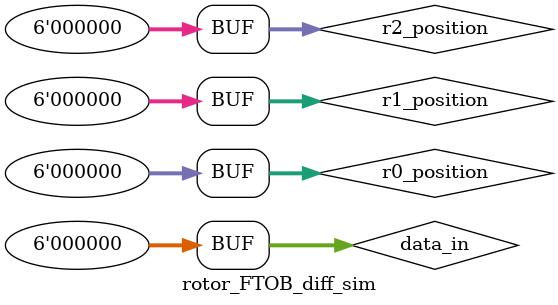
<source format=v>
`timescale 1ns / 1ps

module rotor_FTOB_diff_sim(

    );
    
  reg [5:0]data_in;
reg [5:0]r0_position;
reg [5:0]r1_position;
reg [5:0]r2_position;
wire [5:0]data_out;

rotor_FTOB_diff_test rftb_sim(.data_in(data_in),
.data_out(data_out),
.r0_position(r0_position),
.r1_position(r1_position),
.r2_position(r2_position));

initial
begin
data_in=6'd0;
r0_position=6'd0;
r1_position=6'd0;
r2_position=6'd0;
end
endmodule

</source>
